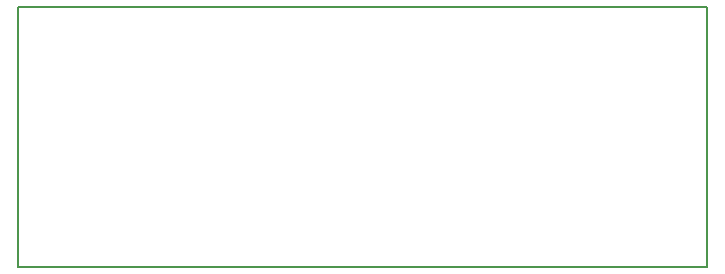
<source format=gbr>
G04 DipTrace 2.4.0.2*
%INÃðàíèöûïëàòû.gbr*%
%MOMM*%
%ADD11C,0.14*%
%FSLAX53Y53*%
G04*
G71*
G90*
G75*
G01*
%LNBoardOutline*%
%LPD*%
X10000Y10000D2*
D11*
X68300D1*
Y32000D1*
X10000D1*
Y10000D1*
M02*

</source>
